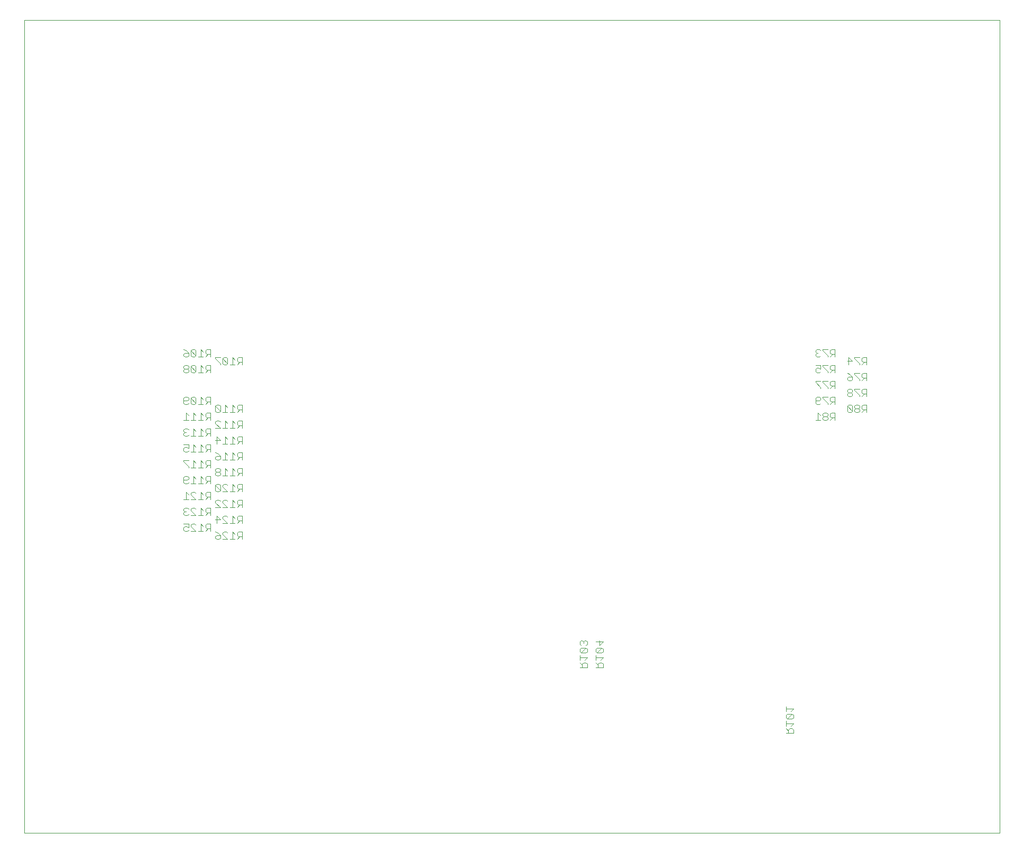
<source format=gbo>
G75*
G70*
%OFA0B0*%
%FSLAX24Y24*%
%IPPOS*%
%LPD*%
%AMOC8*
5,1,8,0,0,1.08239X$1,22.5*
%
%ADD10C,0.0000*%
%ADD11C,0.0040*%
D10*
X003680Y002180D02*
X003680Y053430D01*
X065180Y053430D01*
X065180Y002180D01*
X003680Y002180D01*
D11*
X013799Y021200D02*
X013952Y021200D01*
X014029Y021277D01*
X014029Y021430D02*
X013875Y021507D01*
X013799Y021507D01*
X013722Y021430D01*
X013722Y021277D01*
X013799Y021200D01*
X014029Y021430D02*
X014029Y021660D01*
X013722Y021660D01*
X014182Y021584D02*
X014259Y021660D01*
X014412Y021660D01*
X014489Y021584D01*
X014182Y021584D02*
X014182Y021507D01*
X014489Y021200D01*
X014182Y021200D01*
X014643Y021200D02*
X014950Y021200D01*
X015103Y021200D02*
X015257Y021353D01*
X015180Y021353D02*
X015410Y021353D01*
X015410Y021200D02*
X015410Y021660D01*
X015180Y021660D01*
X015103Y021584D01*
X015103Y021430D01*
X015180Y021353D01*
X014950Y021507D02*
X014796Y021660D01*
X014796Y021200D01*
X015722Y021160D02*
X015875Y021084D01*
X016029Y020930D01*
X015799Y020930D01*
X015722Y020853D01*
X015722Y020777D01*
X015799Y020700D01*
X015952Y020700D01*
X016029Y020777D01*
X016029Y020930D01*
X016182Y021007D02*
X016182Y021084D01*
X016259Y021160D01*
X016412Y021160D01*
X016489Y021084D01*
X016182Y021007D02*
X016489Y020700D01*
X016182Y020700D01*
X016643Y020700D02*
X016950Y020700D01*
X017103Y020700D02*
X017257Y020853D01*
X017180Y020853D02*
X017410Y020853D01*
X017410Y020700D02*
X017410Y021160D01*
X017180Y021160D01*
X017103Y021084D01*
X017103Y020930D01*
X017180Y020853D01*
X016950Y021007D02*
X016796Y021160D01*
X016796Y020700D01*
X016796Y021700D02*
X016796Y022160D01*
X016950Y022007D01*
X017103Y022084D02*
X017103Y021930D01*
X017180Y021853D01*
X017410Y021853D01*
X017410Y021700D02*
X017410Y022160D01*
X017180Y022160D01*
X017103Y022084D01*
X017257Y021853D02*
X017103Y021700D01*
X016950Y021700D02*
X016643Y021700D01*
X016489Y021700D02*
X016182Y022007D01*
X016182Y022084D01*
X016259Y022160D01*
X016412Y022160D01*
X016489Y022084D01*
X016489Y021700D02*
X016182Y021700D01*
X016029Y021930D02*
X015722Y021930D01*
X015799Y021700D02*
X015799Y022160D01*
X016029Y021930D01*
X015410Y022200D02*
X015410Y022660D01*
X015180Y022660D01*
X015103Y022584D01*
X015103Y022430D01*
X015180Y022353D01*
X015410Y022353D01*
X015257Y022353D02*
X015103Y022200D01*
X014950Y022200D02*
X014643Y022200D01*
X014796Y022200D02*
X014796Y022660D01*
X014950Y022507D01*
X014489Y022584D02*
X014412Y022660D01*
X014259Y022660D01*
X014182Y022584D01*
X014182Y022507D01*
X014489Y022200D01*
X014182Y022200D01*
X014029Y022277D02*
X013952Y022200D01*
X013799Y022200D01*
X013722Y022277D01*
X013722Y022353D01*
X013799Y022430D01*
X013875Y022430D01*
X013799Y022430D02*
X013722Y022507D01*
X013722Y022584D01*
X013799Y022660D01*
X013952Y022660D01*
X014029Y022584D01*
X014029Y023200D02*
X013722Y023200D01*
X013875Y023200D02*
X013875Y023660D01*
X014029Y023507D01*
X014182Y023507D02*
X014489Y023200D01*
X014182Y023200D01*
X014182Y023507D02*
X014182Y023584D01*
X014259Y023660D01*
X014412Y023660D01*
X014489Y023584D01*
X014796Y023660D02*
X014796Y023200D01*
X014643Y023200D02*
X014950Y023200D01*
X015103Y023200D02*
X015257Y023353D01*
X015180Y023353D02*
X015410Y023353D01*
X015410Y023200D02*
X015410Y023660D01*
X015180Y023660D01*
X015103Y023584D01*
X015103Y023430D01*
X015180Y023353D01*
X014950Y023507D02*
X014796Y023660D01*
X014796Y024200D02*
X014796Y024660D01*
X014950Y024507D01*
X015103Y024584D02*
X015103Y024430D01*
X015180Y024353D01*
X015410Y024353D01*
X015410Y024200D02*
X015410Y024660D01*
X015180Y024660D01*
X015103Y024584D01*
X015257Y024353D02*
X015103Y024200D01*
X014950Y024200D02*
X014643Y024200D01*
X014489Y024200D02*
X014182Y024200D01*
X014336Y024200D02*
X014336Y024660D01*
X014489Y024507D01*
X014029Y024507D02*
X014029Y024584D01*
X013952Y024660D01*
X013799Y024660D01*
X013722Y024584D01*
X013722Y024277D01*
X013799Y024200D01*
X013952Y024200D01*
X014029Y024277D01*
X013952Y024430D02*
X013722Y024430D01*
X013952Y024430D02*
X014029Y024507D01*
X014029Y025200D02*
X014029Y025277D01*
X013722Y025584D01*
X013722Y025660D01*
X014029Y025660D01*
X014336Y025660D02*
X014336Y025200D01*
X014489Y025200D02*
X014182Y025200D01*
X014489Y025507D02*
X014336Y025660D01*
X014796Y025660D02*
X014796Y025200D01*
X014643Y025200D02*
X014950Y025200D01*
X015103Y025200D02*
X015257Y025353D01*
X015180Y025353D02*
X015410Y025353D01*
X015410Y025200D02*
X015410Y025660D01*
X015180Y025660D01*
X015103Y025584D01*
X015103Y025430D01*
X015180Y025353D01*
X014950Y025507D02*
X014796Y025660D01*
X014796Y026200D02*
X014796Y026660D01*
X014950Y026507D01*
X015103Y026584D02*
X015103Y026430D01*
X015180Y026353D01*
X015410Y026353D01*
X015410Y026200D02*
X015410Y026660D01*
X015180Y026660D01*
X015103Y026584D01*
X015257Y026353D02*
X015103Y026200D01*
X014950Y026200D02*
X014643Y026200D01*
X014489Y026200D02*
X014182Y026200D01*
X014336Y026200D02*
X014336Y026660D01*
X014489Y026507D01*
X014029Y026430D02*
X013875Y026507D01*
X013799Y026507D01*
X013722Y026430D01*
X013722Y026277D01*
X013799Y026200D01*
X013952Y026200D01*
X014029Y026277D01*
X014029Y026430D02*
X014029Y026660D01*
X013722Y026660D01*
X013799Y027200D02*
X013952Y027200D01*
X014029Y027277D01*
X014182Y027200D02*
X014489Y027200D01*
X014336Y027200D02*
X014336Y027660D01*
X014489Y027507D01*
X014796Y027660D02*
X014796Y027200D01*
X014643Y027200D02*
X014950Y027200D01*
X015103Y027200D02*
X015257Y027353D01*
X015180Y027353D02*
X015410Y027353D01*
X015410Y027200D02*
X015410Y027660D01*
X015180Y027660D01*
X015103Y027584D01*
X015103Y027430D01*
X015180Y027353D01*
X014950Y027507D02*
X014796Y027660D01*
X014796Y028200D02*
X014796Y028660D01*
X014950Y028507D01*
X015103Y028584D02*
X015103Y028430D01*
X015180Y028353D01*
X015410Y028353D01*
X015410Y028200D02*
X015410Y028660D01*
X015180Y028660D01*
X015103Y028584D01*
X015257Y028353D02*
X015103Y028200D01*
X014950Y028200D02*
X014643Y028200D01*
X014489Y028200D02*
X014182Y028200D01*
X014029Y028200D02*
X013722Y028200D01*
X013875Y028200D02*
X013875Y028660D01*
X014029Y028507D01*
X014336Y028660D02*
X014336Y028200D01*
X014489Y028507D02*
X014336Y028660D01*
X014412Y029200D02*
X014489Y029277D01*
X014182Y029584D01*
X014182Y029277D01*
X014259Y029200D01*
X014412Y029200D01*
X014489Y029277D02*
X014489Y029584D01*
X014412Y029660D01*
X014259Y029660D01*
X014182Y029584D01*
X014029Y029584D02*
X013952Y029660D01*
X013799Y029660D01*
X013722Y029584D01*
X013722Y029277D01*
X013799Y029200D01*
X013952Y029200D01*
X014029Y029277D01*
X013952Y029430D02*
X013722Y029430D01*
X013952Y029430D02*
X014029Y029507D01*
X014029Y029584D01*
X014643Y029200D02*
X014950Y029200D01*
X015103Y029200D02*
X015257Y029353D01*
X015180Y029353D02*
X015410Y029353D01*
X015410Y029200D02*
X015410Y029660D01*
X015180Y029660D01*
X015103Y029584D01*
X015103Y029430D01*
X015180Y029353D01*
X014950Y029507D02*
X014796Y029660D01*
X014796Y029200D01*
X015722Y029084D02*
X016029Y028777D01*
X015952Y028700D01*
X015799Y028700D01*
X015722Y028777D01*
X015722Y029084D01*
X015799Y029160D01*
X015952Y029160D01*
X016029Y029084D01*
X016029Y028777D01*
X016182Y028700D02*
X016489Y028700D01*
X016336Y028700D02*
X016336Y029160D01*
X016489Y029007D01*
X016643Y028700D02*
X016950Y028700D01*
X017103Y028700D02*
X017257Y028853D01*
X017180Y028853D02*
X017410Y028853D01*
X017410Y028700D02*
X017410Y029160D01*
X017180Y029160D01*
X017103Y029084D01*
X017103Y028930D01*
X017180Y028853D01*
X016950Y029007D02*
X016796Y029160D01*
X016796Y028700D01*
X016796Y028160D02*
X016796Y027700D01*
X016643Y027700D02*
X016950Y027700D01*
X017103Y027700D02*
X017257Y027853D01*
X017180Y027853D02*
X017410Y027853D01*
X017410Y027700D02*
X017410Y028160D01*
X017180Y028160D01*
X017103Y028084D01*
X017103Y027930D01*
X017180Y027853D01*
X016950Y028007D02*
X016796Y028160D01*
X016489Y028007D02*
X016336Y028160D01*
X016336Y027700D01*
X016489Y027700D02*
X016182Y027700D01*
X016029Y027700D02*
X015722Y028007D01*
X015722Y028084D01*
X015799Y028160D01*
X015952Y028160D01*
X016029Y028084D01*
X016029Y027700D02*
X015722Y027700D01*
X015799Y027160D02*
X016029Y026930D01*
X015722Y026930D01*
X015799Y026700D02*
X015799Y027160D01*
X016336Y027160D02*
X016336Y026700D01*
X016489Y026700D02*
X016182Y026700D01*
X016489Y027007D02*
X016336Y027160D01*
X016796Y027160D02*
X016796Y026700D01*
X016643Y026700D02*
X016950Y026700D01*
X017103Y026700D02*
X017257Y026853D01*
X017180Y026853D02*
X017410Y026853D01*
X017410Y026700D02*
X017410Y027160D01*
X017180Y027160D01*
X017103Y027084D01*
X017103Y026930D01*
X017180Y026853D01*
X016950Y027007D02*
X016796Y027160D01*
X016796Y026160D02*
X016796Y025700D01*
X016643Y025700D02*
X016950Y025700D01*
X017103Y025700D02*
X017257Y025853D01*
X017180Y025853D02*
X017410Y025853D01*
X017410Y025700D02*
X017410Y026160D01*
X017180Y026160D01*
X017103Y026084D01*
X017103Y025930D01*
X017180Y025853D01*
X016950Y026007D02*
X016796Y026160D01*
X016489Y026007D02*
X016336Y026160D01*
X016336Y025700D01*
X016489Y025700D02*
X016182Y025700D01*
X016029Y025777D02*
X015952Y025700D01*
X015799Y025700D01*
X015722Y025777D01*
X015722Y025853D01*
X015799Y025930D01*
X016029Y025930D01*
X016029Y025777D01*
X016029Y025930D02*
X015875Y026084D01*
X015722Y026160D01*
X015799Y025160D02*
X015722Y025084D01*
X015722Y025007D01*
X015799Y024930D01*
X015952Y024930D01*
X016029Y025007D01*
X016029Y025084D01*
X015952Y025160D01*
X015799Y025160D01*
X015799Y024930D02*
X015722Y024853D01*
X015722Y024777D01*
X015799Y024700D01*
X015952Y024700D01*
X016029Y024777D01*
X016029Y024853D01*
X015952Y024930D01*
X016182Y024700D02*
X016489Y024700D01*
X016336Y024700D02*
X016336Y025160D01*
X016489Y025007D01*
X016643Y024700D02*
X016950Y024700D01*
X017103Y024700D02*
X017257Y024853D01*
X017180Y024853D02*
X017410Y024853D01*
X017410Y024700D02*
X017410Y025160D01*
X017180Y025160D01*
X017103Y025084D01*
X017103Y024930D01*
X017180Y024853D01*
X016950Y025007D02*
X016796Y025160D01*
X016796Y024700D01*
X016796Y024160D02*
X016796Y023700D01*
X016643Y023700D02*
X016950Y023700D01*
X017103Y023700D02*
X017257Y023853D01*
X017180Y023853D02*
X017410Y023853D01*
X017410Y023700D02*
X017410Y024160D01*
X017180Y024160D01*
X017103Y024084D01*
X017103Y023930D01*
X017180Y023853D01*
X016950Y024007D02*
X016796Y024160D01*
X016489Y024084D02*
X016412Y024160D01*
X016259Y024160D01*
X016182Y024084D01*
X016182Y024007D01*
X016489Y023700D01*
X016182Y023700D01*
X016029Y023777D02*
X015722Y024084D01*
X015722Y023777D01*
X015799Y023700D01*
X015952Y023700D01*
X016029Y023777D01*
X016029Y024084D01*
X015952Y024160D01*
X015799Y024160D01*
X015722Y024084D01*
X015799Y023160D02*
X015952Y023160D01*
X016029Y023084D01*
X016182Y023084D02*
X016259Y023160D01*
X016412Y023160D01*
X016489Y023084D01*
X016182Y023084D02*
X016182Y023007D01*
X016489Y022700D01*
X016182Y022700D01*
X016029Y022700D02*
X015722Y023007D01*
X015722Y023084D01*
X015799Y023160D01*
X015722Y022700D02*
X016029Y022700D01*
X016643Y022700D02*
X016950Y022700D01*
X017103Y022700D02*
X017257Y022853D01*
X017180Y022853D02*
X017410Y022853D01*
X017410Y022700D02*
X017410Y023160D01*
X017180Y023160D01*
X017103Y023084D01*
X017103Y022930D01*
X017180Y022853D01*
X016950Y023007D02*
X016796Y023160D01*
X016796Y022700D01*
X013799Y027200D02*
X013722Y027277D01*
X013722Y027353D01*
X013799Y027430D01*
X013875Y027430D01*
X013799Y027430D02*
X013722Y027507D01*
X013722Y027584D01*
X013799Y027660D01*
X013952Y027660D01*
X014029Y027584D01*
X013952Y031200D02*
X014029Y031277D01*
X014029Y031353D01*
X013952Y031430D01*
X013799Y031430D01*
X013722Y031353D01*
X013722Y031277D01*
X013799Y031200D01*
X013952Y031200D01*
X013952Y031430D02*
X014029Y031507D01*
X014029Y031584D01*
X013952Y031660D01*
X013799Y031660D01*
X013722Y031584D01*
X013722Y031507D01*
X013799Y031430D01*
X014182Y031277D02*
X014259Y031200D01*
X014412Y031200D01*
X014489Y031277D01*
X014182Y031584D01*
X014182Y031277D01*
X014182Y031584D02*
X014259Y031660D01*
X014412Y031660D01*
X014489Y031584D01*
X014489Y031277D01*
X014643Y031200D02*
X014950Y031200D01*
X015103Y031200D02*
X015257Y031353D01*
X015180Y031353D02*
X015410Y031353D01*
X015410Y031200D02*
X015410Y031660D01*
X015180Y031660D01*
X015103Y031584D01*
X015103Y031430D01*
X015180Y031353D01*
X014950Y031507D02*
X014796Y031660D01*
X014796Y031200D01*
X014796Y032200D02*
X014796Y032660D01*
X014950Y032507D01*
X015103Y032584D02*
X015103Y032430D01*
X015180Y032353D01*
X015410Y032353D01*
X015410Y032200D02*
X015410Y032660D01*
X015180Y032660D01*
X015103Y032584D01*
X015257Y032353D02*
X015103Y032200D01*
X014950Y032200D02*
X014643Y032200D01*
X014489Y032277D02*
X014182Y032584D01*
X014182Y032277D01*
X014259Y032200D01*
X014412Y032200D01*
X014489Y032277D01*
X014489Y032584D01*
X014412Y032660D01*
X014259Y032660D01*
X014182Y032584D01*
X014029Y032430D02*
X014029Y032277D01*
X013952Y032200D01*
X013799Y032200D01*
X013722Y032277D01*
X013722Y032353D01*
X013799Y032430D01*
X014029Y032430D01*
X013875Y032584D01*
X013722Y032660D01*
X015722Y032160D02*
X015722Y032084D01*
X016029Y031777D01*
X016029Y031700D01*
X016182Y031777D02*
X016182Y032084D01*
X016489Y031777D01*
X016412Y031700D01*
X016259Y031700D01*
X016182Y031777D01*
X016182Y032084D02*
X016259Y032160D01*
X016412Y032160D01*
X016489Y032084D01*
X016489Y031777D01*
X016643Y031700D02*
X016950Y031700D01*
X017103Y031700D02*
X017257Y031853D01*
X017180Y031853D02*
X017410Y031853D01*
X017410Y031700D02*
X017410Y032160D01*
X017180Y032160D01*
X017103Y032084D01*
X017103Y031930D01*
X017180Y031853D01*
X016950Y032007D02*
X016796Y032160D01*
X016796Y031700D01*
X016029Y032160D02*
X015722Y032160D01*
X038700Y014220D02*
X038700Y014066D01*
X038777Y013990D01*
X038777Y013836D02*
X038700Y013759D01*
X038700Y013606D01*
X038777Y013529D01*
X039084Y013836D01*
X038777Y013836D01*
X039084Y013836D02*
X039160Y013759D01*
X039160Y013606D01*
X039084Y013529D01*
X038777Y013529D01*
X038700Y013376D02*
X038700Y013069D01*
X038700Y013222D02*
X039160Y013222D01*
X039007Y013069D01*
X039084Y012915D02*
X038930Y012915D01*
X038853Y012839D01*
X038853Y012608D01*
X038700Y012608D02*
X039160Y012608D01*
X039160Y012839D01*
X039084Y012915D01*
X038853Y012762D02*
X038700Y012915D01*
X039700Y012915D02*
X039853Y012762D01*
X039853Y012839D02*
X039853Y012608D01*
X039700Y012608D02*
X040160Y012608D01*
X040160Y012839D01*
X040084Y012915D01*
X039930Y012915D01*
X039853Y012839D01*
X039700Y013069D02*
X039700Y013376D01*
X039700Y013222D02*
X040160Y013222D01*
X040007Y013069D01*
X040084Y013529D02*
X040160Y013606D01*
X040160Y013759D01*
X040084Y013836D01*
X039777Y013529D01*
X039700Y013606D01*
X039700Y013759D01*
X039777Y013836D01*
X040084Y013836D01*
X039930Y013990D02*
X039930Y014297D01*
X039700Y014220D02*
X040160Y014220D01*
X039930Y013990D01*
X039777Y013529D02*
X040084Y013529D01*
X039160Y014066D02*
X039160Y014220D01*
X039084Y014297D01*
X039007Y014297D01*
X038930Y014220D01*
X038853Y014297D01*
X038777Y014297D01*
X038700Y014220D01*
X038930Y014220D02*
X038930Y014143D01*
X039084Y013990D02*
X039160Y014066D01*
X051700Y010138D02*
X051700Y009831D01*
X051700Y009985D02*
X052160Y009985D01*
X052007Y009831D01*
X052084Y009678D02*
X051777Y009371D01*
X051700Y009448D01*
X051700Y009601D01*
X051777Y009678D01*
X052084Y009678D01*
X052160Y009601D01*
X052160Y009448D01*
X052084Y009371D01*
X051777Y009371D01*
X051700Y009217D02*
X051700Y008910D01*
X051700Y008757D02*
X051853Y008603D01*
X051853Y008680D02*
X051853Y008450D01*
X051700Y008450D02*
X052160Y008450D01*
X052160Y008680D01*
X052084Y008757D01*
X051930Y008757D01*
X051853Y008680D01*
X052007Y008910D02*
X052160Y009064D01*
X051700Y009064D01*
X053563Y028200D02*
X053870Y028200D01*
X053717Y028200D02*
X053717Y028660D01*
X053870Y028507D01*
X054024Y028507D02*
X054101Y028430D01*
X054254Y028430D01*
X054331Y028507D01*
X054331Y028584D01*
X054254Y028660D01*
X054101Y028660D01*
X054024Y028584D01*
X054024Y028507D01*
X054101Y028430D02*
X054024Y028353D01*
X054024Y028277D01*
X054101Y028200D01*
X054254Y028200D01*
X054331Y028277D01*
X054331Y028353D01*
X054254Y028430D01*
X054484Y028430D02*
X054561Y028353D01*
X054791Y028353D01*
X054791Y028200D02*
X054791Y028660D01*
X054561Y028660D01*
X054484Y028584D01*
X054484Y028430D01*
X054638Y028353D02*
X054484Y028200D01*
X054484Y029200D02*
X054638Y029353D01*
X054561Y029353D02*
X054791Y029353D01*
X054791Y029200D02*
X054791Y029660D01*
X054561Y029660D01*
X054484Y029584D01*
X054484Y029430D01*
X054561Y029353D01*
X054331Y029277D02*
X054331Y029200D01*
X054331Y029277D02*
X054024Y029584D01*
X054024Y029660D01*
X054331Y029660D01*
X053870Y029584D02*
X053870Y029507D01*
X053794Y029430D01*
X053563Y029430D01*
X053563Y029277D02*
X053563Y029584D01*
X053640Y029660D01*
X053794Y029660D01*
X053870Y029584D01*
X053870Y029277D02*
X053794Y029200D01*
X053640Y029200D01*
X053563Y029277D01*
X053870Y030200D02*
X053870Y030277D01*
X053563Y030584D01*
X053563Y030660D01*
X053870Y030660D01*
X054024Y030660D02*
X054024Y030584D01*
X054331Y030277D01*
X054331Y030200D01*
X054484Y030200D02*
X054638Y030353D01*
X054561Y030353D02*
X054791Y030353D01*
X054791Y030200D02*
X054791Y030660D01*
X054561Y030660D01*
X054484Y030584D01*
X054484Y030430D01*
X054561Y030353D01*
X054331Y030660D02*
X054024Y030660D01*
X053794Y031200D02*
X053870Y031277D01*
X053794Y031200D02*
X053640Y031200D01*
X053563Y031277D01*
X053563Y031430D01*
X053640Y031507D01*
X053717Y031507D01*
X053870Y031430D01*
X053870Y031660D01*
X053563Y031660D01*
X054024Y031660D02*
X054024Y031584D01*
X054331Y031277D01*
X054331Y031200D01*
X054484Y031200D02*
X054638Y031353D01*
X054561Y031353D02*
X054791Y031353D01*
X054791Y031200D02*
X054791Y031660D01*
X054561Y031660D01*
X054484Y031584D01*
X054484Y031430D01*
X054561Y031353D01*
X054331Y031660D02*
X054024Y031660D01*
X053794Y032200D02*
X053870Y032277D01*
X053794Y032200D02*
X053640Y032200D01*
X053563Y032277D01*
X053563Y032353D01*
X053640Y032430D01*
X053717Y032430D01*
X053640Y032430D02*
X053563Y032507D01*
X053563Y032584D01*
X053640Y032660D01*
X053794Y032660D01*
X053870Y032584D01*
X054024Y032584D02*
X054331Y032277D01*
X054331Y032200D01*
X054484Y032200D02*
X054638Y032353D01*
X054561Y032353D02*
X054791Y032353D01*
X054791Y032200D02*
X054791Y032660D01*
X054561Y032660D01*
X054484Y032584D01*
X054484Y032430D01*
X054561Y032353D01*
X054331Y032660D02*
X054024Y032660D01*
X054024Y032584D01*
X055640Y032160D02*
X055640Y031700D01*
X055563Y031930D02*
X055870Y031930D01*
X055640Y032160D01*
X056024Y032160D02*
X056024Y032084D01*
X056331Y031777D01*
X056331Y031700D01*
X056484Y031700D02*
X056638Y031853D01*
X056561Y031853D02*
X056791Y031853D01*
X056791Y031700D02*
X056791Y032160D01*
X056561Y032160D01*
X056484Y032084D01*
X056484Y031930D01*
X056561Y031853D01*
X056331Y032160D02*
X056024Y032160D01*
X056024Y031160D02*
X056024Y031084D01*
X056331Y030777D01*
X056331Y030700D01*
X056484Y030700D02*
X056638Y030853D01*
X056561Y030853D02*
X056791Y030853D01*
X056791Y030700D02*
X056791Y031160D01*
X056561Y031160D01*
X056484Y031084D01*
X056484Y030930D01*
X056561Y030853D01*
X056331Y031160D02*
X056024Y031160D01*
X055870Y030930D02*
X055640Y030930D01*
X055563Y030853D01*
X055563Y030777D01*
X055640Y030700D01*
X055794Y030700D01*
X055870Y030777D01*
X055870Y030930D01*
X055717Y031084D01*
X055563Y031160D01*
X055640Y030160D02*
X055563Y030084D01*
X055563Y030007D01*
X055640Y029930D01*
X055794Y029930D01*
X055870Y030007D01*
X055870Y030084D01*
X055794Y030160D01*
X055640Y030160D01*
X055640Y029930D02*
X055563Y029853D01*
X055563Y029777D01*
X055640Y029700D01*
X055794Y029700D01*
X055870Y029777D01*
X055870Y029853D01*
X055794Y029930D01*
X056024Y030084D02*
X056331Y029777D01*
X056331Y029700D01*
X056484Y029700D02*
X056638Y029853D01*
X056561Y029853D02*
X056791Y029853D01*
X056791Y029700D02*
X056791Y030160D01*
X056561Y030160D01*
X056484Y030084D01*
X056484Y029930D01*
X056561Y029853D01*
X056331Y030160D02*
X056024Y030160D01*
X056024Y030084D01*
X056101Y029160D02*
X056024Y029084D01*
X056024Y029007D01*
X056101Y028930D01*
X056254Y028930D01*
X056331Y029007D01*
X056331Y029084D01*
X056254Y029160D01*
X056101Y029160D01*
X056101Y028930D02*
X056024Y028853D01*
X056024Y028777D01*
X056101Y028700D01*
X056254Y028700D01*
X056331Y028777D01*
X056331Y028853D01*
X056254Y028930D01*
X056484Y028930D02*
X056561Y028853D01*
X056791Y028853D01*
X056791Y028700D02*
X056791Y029160D01*
X056561Y029160D01*
X056484Y029084D01*
X056484Y028930D01*
X056638Y028853D02*
X056484Y028700D01*
X055870Y028777D02*
X055563Y029084D01*
X055563Y028777D01*
X055640Y028700D01*
X055794Y028700D01*
X055870Y028777D01*
X055870Y029084D01*
X055794Y029160D01*
X055640Y029160D01*
X055563Y029084D01*
M02*

</source>
